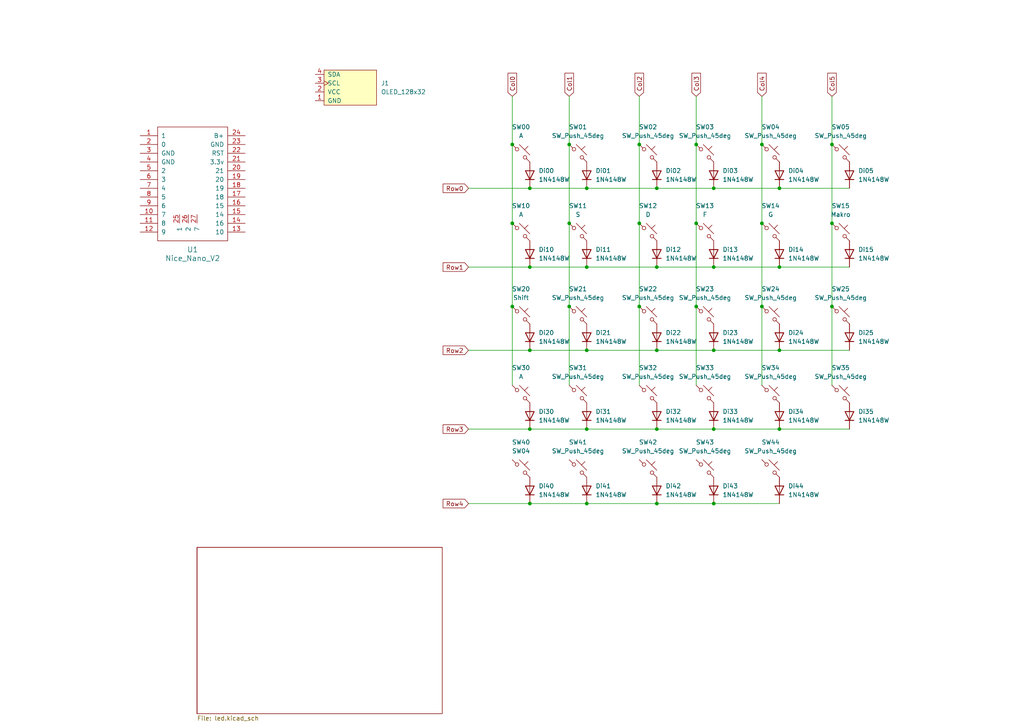
<source format=kicad_sch>
(kicad_sch (version 20250114) (generator "eeschema") (generator_version "9.0")
  (paper "A4")
  (title_block (title "left"))
  (lib_symbols
    (symbol "Diode:1N4148W" (pin_numbers (hide yes)) (pin_names (hide yes))
      (property "Reference" "D" (at 0 2.54 0))
      (property "Value" "1N4148W" (at 0 -2.54 0))
      (symbol "1N4148W_0_1"
        (polyline (pts (xy -1.27 1.27) (xy -1.27 -1.27)) (stroke (width 0.254)))
        (polyline (pts (xy 1.27 1.27) (xy 1.27 -1.27) (xy -1.27 0) (xy 1.27 1.27)) (stroke (width 0.254)))
        (polyline (pts (xy 1.27 0) (xy -1.27 0)))
      )
      (symbol "1N4148W_1_1"
        (pin passive line (at -3.81 0 0) (length 2.54) (name "K") (number "1"))
        (pin passive line (at 3.81 0 180) (length 2.54) (name "A") (number "2"))
      )
    )
    (symbol "ScottoKeebs:OLED_128x32" (pin_names (offset 1.016))
      (property "Reference" "J" (at 0 -6.35 0))
      (property "Value" "OLED_128x32" (at 0 6.35 0))
      (symbol "OLED_128x32_0_1"
        (rectangle (start 0 5.08) (end 15.24 -5.08) (fill (type background)))
      )
      (symbol "OLED_128x32_1_1"
        (pin bidirectional line (at -2.54 3.81 0) (length 2.54) (name "SDA") (number "4"))
        (pin input clock (at -2.54 1.27 0) (length 2.54) (name "SCL") (number "3"))
        (pin power_in line (at -2.54 -1.27 0) (length 2.54) (name "VCC") (number "2"))
        (pin power_in line (at -2.54 -3.81 0) (length 2.54) (name "GND") (number "1"))
      )
    )
    (symbol "Scotto_Keebs:MCU_Nice_Nano_V2" (pin_names (offset 1.016))
      (property "Reference" "U" (at 0 0 0))
      (property "Value" "Nice_Nano_V2" (at 0 -19.05 0))
      (symbol "MCU_Nice_Nano_V2_0_1"
        (rectangle (start -10.16 16.51) (end 10.16 -16.51))
      )
      (symbol "MCU_Nice_Nano_V2_1_1"
        (pin input line (at -15.24 13.97 0) (length 5.08) (name "1") (number "1"))
        (pin input line (at -15.24 11.43 0) (length 5.08) (name "0") (number "2"))
        (pin input line (at -15.24 8.89 0) (length 5.08) (name "GND") (number "3"))
        (pin input line (at -15.24 6.35 0) (length 5.08) (name "GND") (number "4"))
        (pin input line (at -15.24 3.81 0) (length 5.08) (name "2") (number "5"))
        (pin input line (at -15.24 1.27 0) (length 5.08) (name "3") (number "6"))
        (pin input line (at -15.24 -1.27 0) (length 5.08) (name "4") (number "7"))
        (pin input line (at -15.24 -3.81 0) (length 5.08) (name "5") (number "8"))
        (pin input line (at -15.24 -6.35 0) (length 5.08) (name "6") (number "9"))
        (pin input line (at -15.24 -8.89 0) (length 5.08) (name "7") (number "10"))
        (pin input line (at -15.24 -11.43 0) (length 5.08) (name "8") (number "11"))
        (pin input line (at -15.24 -13.97 0) (length 5.08) (name "9") (number "12"))
        (pin input line (at -3.81 -8.89 270) (length 2.5) (name "1") (number "25"))
        (pin input line (at -1.27 -8.89 270) (length 2.5) (name "2") (number "26"))
        (pin input line (at 1.27 -8.89 270) (length 2.5) (name "7") (number "27"))
        (pin input line (at 15.24 13.97 180) (length 5.08) (name "B+") (number "24"))
        (pin input line (at 15.24 11.43 180) (length 5.08) (name "GND") (number "23"))
        (pin input line (at 15.24 8.89 180) (length 5.08) (name "RST") (number "22"))
        (pin input line (at 15.24 6.35 180) (length 5.08) (name "3.3v") (number "21"))
        (pin input line (at 15.24 3.81 180) (length 5.08) (name "21") (number "20"))
        (pin input line (at 15.24 1.27 180) (length 5.08) (name "20") (number "19"))
        (pin input line (at 15.24 -1.27 180) (length 5.08) (name "19") (number "18"))
        (pin input line (at 15.24 -3.81 180) (length 5.08) (name "18") (number "17"))
        (pin input line (at 15.24 -6.35 180) (length 5.08) (name "15") (number "16"))
        (pin input line (at 15.24 -8.89 180) (length 5.08) (name "14") (number "15"))
        (pin input line (at 15.24 -11.43 180) (length 5.08) (name "16") (number "14"))
        (pin input line (at 15.24 -13.97 180) (length 5.08) (name "10") (number "13"))
      )
    )
    (symbol "Switch:SW_Push_45deg" (pin_numbers (hide yes)) (pin_names (offset 1.016) (hide yes))
      (property "Reference" "SW" (at 3.048 1.016 0))
      (property "Value" "SW_Push_45deg" (at 0 -3.81 0))
      (symbol "SW_Push_45deg_0_1"
        (polyline (pts (xy -2.54 2.54) (xy -1.524 1.524) (xy -1.524 1.524)))
        (circle (center -1.1684 1.1684) (radius 0.508))
        (polyline (pts (xy -0.508 2.54) (xy 2.54 -0.508)))
        (polyline (pts (xy 1.016 1.016) (xy 2.032 2.032)))
        (circle (center 1.143 -1.1938) (radius 0.508))
        (polyline (pts (xy 1.524 -1.524) (xy 2.54 -2.54) (xy 2.54 -2.54) (xy 2.54 -2.54)))
        (pin passive line (at -2.54 2.54 0) (length 0) (name "1") (number "1"))
        (pin passive line (at 2.54 -2.54 180) (length 0) (name "2") (number "2"))
      )
    )
  )
  (junction (at 165.1 41.91))
  (junction (at 190.5 124.46))
  (junction (at 153.67 124.46))
  (junction (at 207.01 101.6))
  (junction (at 226.06 101.6))
  (junction (at 207.01 124.46))
  (junction (at 201.93 41.91))
  (junction (at 201.93 64.77))
  (junction (at 241.3 41.91))
  (junction (at 201.93 88.9))
  (junction (at 165.1 64.77))
  (junction (at 226.06 54.61))
  (junction (at 207.01 54.61))
  (junction (at 185.42 41.91))
  (junction (at 148.59 88.9))
  (junction (at 165.1 88.9))
  (junction (at 190.5 101.6))
  (junction (at 241.3 64.77))
  (junction (at 185.42 64.77))
  (junction (at 185.42 88.9))
  (junction (at 226.06 124.46))
  (junction (at 220.98 88.9))
  (junction (at 207.01 77.47))
  (junction (at 220.98 41.91))
  (junction (at 190.5 77.47))
  (junction (at 170.18 146.05))
  (junction (at 170.18 124.46))
  (junction (at 226.06 77.47))
  (junction (at 170.18 54.61))
  (junction (at 153.67 146.05))
  (junction (at 170.18 77.47))
  (junction (at 170.18 101.6))
  (junction (at 153.67 77.47))
  (junction (at 153.67 54.61))
  (junction (at 153.67 101.6))
  (junction (at 190.5 54.61))
  (junction (at 148.59 41.91))
  (junction (at 241.3 88.9))
  (junction (at 190.5 146.05))
  (junction (at 148.59 64.77))
  (junction (at 207.01 146.05))
  (junction (at 220.98 64.77))
  (wire (pts (xy 226.06 77.47) (xy 246.38 77.47)))
  (wire (pts (xy 207.01 54.61) (xy 226.06 54.61)))
  (wire (pts (xy 135.89 124.46) (xy 153.67 124.46)))
  (wire (pts (xy 207.01 124.46) (xy 226.06 124.46)))
  (wire (pts (xy 201.93 27.94) (xy 201.93 41.91)))
  (wire (pts (xy 153.67 77.47) (xy 170.18 77.47)))
  (wire (pts (xy 241.3 88.9) (xy 241.3 111.76)))
  (wire (pts (xy 153.67 146.05) (xy 170.18 146.05)))
  (wire (pts (xy 153.67 54.61) (xy 170.18 54.61)))
  (wire (pts (xy 135.89 77.47) (xy 153.67 77.47)))
  (wire (pts (xy 220.98 27.94) (xy 220.98 41.91)))
  (wire (pts (xy 190.5 77.47) (xy 207.01 77.47)))
  (wire (pts (xy 170.18 77.47) (xy 190.5 77.47)))
  (wire (pts (xy 241.3 41.91) (xy 241.3 64.77)))
  (wire (pts (xy 190.5 54.61) (xy 207.01 54.61)))
  (wire (pts (xy 190.5 124.46) (xy 207.01 124.46)))
  (wire (pts (xy 165.1 88.9) (xy 165.1 111.76)))
  (wire (pts (xy 170.18 124.46) (xy 190.5 124.46)))
  (wire (pts (xy 201.93 41.91) (xy 201.93 64.77)))
  (wire (pts (xy 185.42 41.91) (xy 185.42 64.77)))
  (wire (pts (xy 207.01 101.6) (xy 226.06 101.6)))
  (wire (pts (xy 201.93 88.9) (xy 201.93 111.76)))
  (wire (pts (xy 148.59 88.9) (xy 148.59 111.76)))
  (wire (pts (xy 207.01 77.47) (xy 226.06 77.47)))
  (wire (pts (xy 226.06 124.46) (xy 246.38 124.46)))
  (wire (pts (xy 207.01 146.05) (xy 226.06 146.05)))
  (wire (pts (xy 165.1 64.77) (xy 165.1 88.9)))
  (wire (pts (xy 185.42 27.94) (xy 185.42 41.91)))
  (wire (pts (xy 185.42 64.77) (xy 185.42 88.9)))
  (wire (pts (xy 226.06 101.6) (xy 246.38 101.6)))
  (wire (pts (xy 220.98 64.77) (xy 220.98 88.9)))
  (wire (pts (xy 165.1 41.91) (xy 165.1 64.77)))
  (wire (pts (xy 190.5 146.05) (xy 207.01 146.05)))
  (wire (pts (xy 135.89 146.05) (xy 153.67 146.05)))
  (wire (pts (xy 201.93 64.77) (xy 201.93 88.9)))
  (wire (pts (xy 185.42 88.9) (xy 185.42 111.76)))
  (wire (pts (xy 190.5 101.6) (xy 207.01 101.6)))
  (wire (pts (xy 135.89 54.61) (xy 153.67 54.61)))
  (wire (pts (xy 153.67 124.46) (xy 170.18 124.46)))
  (wire (pts (xy 148.59 41.91) (xy 148.59 64.77)))
  (wire (pts (xy 165.1 27.94) (xy 165.1 41.91)))
  (wire (pts (xy 170.18 101.6) (xy 190.5 101.6)))
  (wire (pts (xy 241.3 64.77) (xy 241.3 88.9)))
  (wire (pts (xy 220.98 88.9) (xy 220.98 111.76)))
  (wire (pts (xy 241.3 27.94) (xy 241.3 41.91)))
  (wire (pts (xy 170.18 146.05) (xy 190.5 146.05)))
  (wire (pts (xy 153.67 101.6) (xy 170.18 101.6)))
  (wire (pts (xy 220.98 41.91) (xy 220.98 64.77)))
  (wire (pts (xy 226.06 54.61) (xy 246.38 54.61)))
  (wire (pts (xy 148.59 27.94) (xy 148.59 41.91)))
  (wire (pts (xy 135.89 101.6) (xy 153.67 101.6)))
  (wire (pts (xy 170.18 54.61) (xy 190.5 54.61)))
  (wire (pts (xy 148.59 64.77) (xy 148.59 88.9)))
  (global_label "Row2" (shape input) (at 135.89 101.6 180) (property "Intersheetrefs" "${INTERSHEET_REFS}" (effects (hide yes))))
  (global_label "Row3" (shape input) (at 135.89 124.46 180) (property "Intersheetrefs" "${INTERSHEET_REFS}" (effects (hide yes))))
  (global_label "Col3" (shape input) (at 201.93 27.94 90) (property "Intersheetrefs" "${INTERSHEET_REFS}" (effects (hide yes))))
  (global_label "Row0" (shape input) (at 135.89 54.61 180) (property "Intersheetrefs" "${INTERSHEET_REFS}" (effects (hide yes))))
  (global_label "Col5" (shape input) (at 241.3 27.94 90) (property "Intersheetrefs" "${INTERSHEET_REFS}" (effects (hide yes))))
  (global_label "Col4" (shape input) (at 220.98 27.94 90) (property "Intersheetrefs" "${INTERSHEET_REFS}" (effects (hide yes))))
  (global_label "Row1" (shape input) (at 135.89 77.47 180) (property "Intersheetrefs" "${INTERSHEET_REFS}" (effects (hide yes))))
  (global_label "Col1" (shape input) (at 165.1 27.94 90) (property "Intersheetrefs" "${INTERSHEET_REFS}" (effects (hide yes))))
  (global_label "Col2" (shape input) (at 185.42 27.94 90) (property "Intersheetrefs" "${INTERSHEET_REFS}" (effects (hide yes))))
  (global_label "Col0" (shape input) (at 148.59 27.94 90) (property "Intersheetrefs" "${INTERSHEET_REFS}" (effects (hide yes))))
  (global_label "Row4" (shape input) (at 135.89 146.05 180) (property "Intersheetrefs" "${INTERSHEET_REFS}" (effects (hide yes))))
  (symbol (lib_id "Scotto_Keebs:MCU_Nice_Nano_V2") (at 55.88 53.34 0) (unit 1)
    (property "Reference" "U1" (at 55.88 72.39 0) (effects (font (size 1.524 1.524))))
    (property "Value" "Nice_Nano_V2" (at 55.88 74.93 0) (effects (font (size 1.524 1.524))))
    (property "Footprint" "ScottoKeebs_MCU:Nice_Nano_V2" (effects (hide yes)))
  )
  (symbol (lib_id "Diode:1N4148W") (at 207.01 73.66 90) (unit 1)
    (property "Reference" "Di13" (at 209.55 72.3899 90) (effects (justify right)))
    (property "Value" "1N4148W" (at 209.55 74.9299 90) (effects (justify right)))
    (property "Footprint" "Diode_SMD:D_SOD-123" (effects (hide yes)))
    (property "Datasheet" "https://www.vishay.com/docs/85748/1n4148w.pdf" (effects (hide yes)))
    (property "Description" "75V 0.15A Fast Switching Diode, SOD-123" (effects (hide yes)))
    (property "Sim.Device" "D" (effects (hide yes)))
    (property "Sim.Pins" "1=K 2=A" (effects (hide yes)))
  )
  (symbol (lib_id "Diode:1N4148W") (at 226.06 50.8 90) (unit 1)
    (property "Reference" "Di04" (at 228.6 49.5299 90) (effects (justify right)))
    (property "Value" "1N4148W" (at 228.6 52.0699 90) (effects (justify right)))
    (property "Footprint" "Diode_SMD:D_SOD-123" (effects (hide yes)))
    (property "Datasheet" "https://www.vishay.com/docs/85748/1n4148w.pdf" (effects (hide yes)))
    (property "Description" "75V 0.15A Fast Switching Diode, SOD-123" (effects (hide yes)))
    (property "Sim.Device" "D" (effects (hide yes)))
    (property "Sim.Pins" "1=K 2=A" (effects (hide yes)))
  )
  (symbol (lib_id "Diode:1N4148W") (at 190.5 142.24 90) (unit 1)
    (property "Reference" "Di42" (at 193.04 140.9699 90) (effects (justify right)))
    (property "Value" "1N4148W" (at 193.04 143.5099 90) (effects (justify right)))
    (property "Footprint" "Diode_SMD:D_SOD-123" (effects (hide yes)))
    (property "Datasheet" "https://www.vishay.com/docs/85748/1n4148w.pdf" (effects (hide yes)))
    (property "Description" "75V 0.15A Fast Switching Diode, SOD-123" (effects (hide yes)))
    (property "Sim.Device" "D" (effects (hide yes)))
    (property "Sim.Pins" "1=K 2=A" (effects (hide yes)))
  )
  (symbol (lib_id "Diode:1N4148W") (at 246.38 73.66 90) (unit 1)
    (property "Reference" "Di15" (at 248.92 72.3899 90) (effects (justify right)))
    (property "Value" "1N4148W" (at 248.92 74.9299 90) (effects (justify right)))
    (property "Footprint" "Diode_SMD:D_SOD-123" (effects (hide yes)))
    (property "Datasheet" "https://www.vishay.com/docs/85748/1n4148w.pdf" (effects (hide yes)))
    (property "Description" "75V 0.15A Fast Switching Diode, SOD-123" (effects (hide yes)))
    (property "Sim.Device" "D" (effects (hide yes)))
    (property "Sim.Pins" "1=K 2=A" (effects (hide yes)))
  )
  (symbol (lib_id "Diode:1N4148W") (at 226.06 97.79 90) (unit 1)
    (property "Reference" "Di24" (at 228.6 96.5199 90) (effects (justify right)))
    (property "Value" "1N4148W" (at 228.6 99.0599 90) (effects (justify right)))
    (property "Footprint" "Diode_SMD:D_SOD-123" (effects (hide yes)))
    (property "Datasheet" "https://www.vishay.com/docs/85748/1n4148w.pdf" (effects (hide yes)))
    (property "Description" "75V 0.15A Fast Switching Diode, SOD-123" (effects (hide yes)))
    (property "Sim.Device" "D" (effects (hide yes)))
    (property "Sim.Pins" "1=K 2=A" (effects (hide yes)))
  )
  (symbol (lib_id "Switch:SW_Push_45deg") (at 151.13 114.3 0) (unit 1)
    (property "Reference" "SW30" (at 151.13 106.68 0))
    (property "Value" "A" (at 151.13 109.22 0))
    (property "Footprint" "ScottoKeebs_Hotswap:Hotswap_MX_1.00u" (effects (hide yes)))
    (property "Description" "Push button switch, normally open, two pins, 45° tilted" (effects (hide yes)))
  )
  (symbol (lib_id "Diode:1N4148W") (at 226.06 120.65 90) (unit 1)
    (property "Reference" "Di34" (at 228.6 119.3799 90) (effects (justify right)))
    (property "Value" "1N4148W" (at 228.6 121.9199 90) (effects (justify right)))
    (property "Footprint" "Diode_SMD:D_SOD-123" (effects (hide yes)))
    (property "Datasheet" "https://www.vishay.com/docs/85748/1n4148w.pdf" (effects (hide yes)))
    (property "Description" "75V 0.15A Fast Switching Diode, SOD-123" (effects (hide yes)))
    (property "Sim.Device" "D" (effects (hide yes)))
    (property "Sim.Pins" "1=K 2=A" (effects (hide yes)))
  )
  (symbol (lib_id "Diode:1N4148W") (at 190.5 120.65 90) (unit 1)
    (property "Reference" "Di32" (at 193.04 119.3799 90) (effects (justify right)))
    (property "Value" "1N4148W" (at 193.04 121.9199 90) (effects (justify right)))
    (property "Footprint" "Diode_SMD:D_SOD-123" (effects (hide yes)))
    (property "Datasheet" "https://www.vishay.com/docs/85748/1n4148w.pdf" (effects (hide yes)))
    (property "Description" "75V 0.15A Fast Switching Diode, SOD-123" (effects (hide yes)))
    (property "Sim.Device" "D" (effects (hide yes)))
    (property "Sim.Pins" "1=K 2=A" (effects (hide yes)))
  )
  (symbol (lib_id "Switch:SW_Push_45deg") (at 167.64 67.31 0) (unit 1)
    (property "Reference" "SW11" (at 167.64 59.69 0))
    (property "Value" "S" (at 167.64 62.23 0))
    (property "Footprint" "ScottoKeebs_Hotswap:Hotswap_MX_1.00u" (effects (hide yes)))
    (property "Description" "Push button switch, normally open, two pins, 45° tilted" (effects (hide yes)))
  )
  (symbol (lib_id "Switch:SW_Push_45deg") (at 223.52 67.31 0) (unit 1)
    (property "Reference" "SW14" (at 223.52 59.69 0))
    (property "Value" "G" (at 223.52 62.23 0))
    (property "Footprint" "ScottoKeebs_Hotswap:Hotswap_MX_1.00u" (effects (hide yes)))
    (property "Description" "Push button switch, normally open, two pins, 45° tilted" (effects (hide yes)))
  )
  (symbol (lib_id "Switch:SW_Push_45deg") (at 187.96 44.45 0) (unit 1)
    (property "Reference" "SW02" (at 187.96 36.83 0))
    (property "Value" "SW_Push_45deg" (at 187.96 39.37 0))
    (property "Footprint" "ScottoKeebs_Hotswap:Hotswap_MX_1.00u" (effects (hide yes)))
    (property "Description" "Push button switch, normally open, two pins, 45° tilted" (effects (hide yes)))
  )
  (symbol (lib_id "Switch:SW_Push_45deg") (at 223.52 135.89 0) (unit 1)
    (property "Reference" "SW44" (at 223.52 128.27 0))
    (property "Value" "SW_Push_45deg" (at 223.52 130.81 0))
    (property "Footprint" "ScottoKeebs_Hotswap:Hotswap_MX_1.00u" (effects (hide yes)))
    (property "Description" "Push button switch, normally open, two pins, 45° tilted" (effects (hide yes)))
  )
  (symbol (lib_id "Diode:1N4148W") (at 170.18 73.66 90) (unit 1)
    (property "Reference" "Di11" (at 172.72 72.3899 90) (effects (justify right)))
    (property "Value" "1N4148W" (at 172.72 74.9299 90) (effects (justify right)))
    (property "Footprint" "Diode_SMD:D_SOD-123" (effects (hide yes)))
    (property "Datasheet" "https://www.vishay.com/docs/85748/1n4148w.pdf" (effects (hide yes)))
    (property "Description" "75V 0.15A Fast Switching Diode, SOD-123" (effects (hide yes)))
    (property "Sim.Device" "D" (effects (hide yes)))
    (property "Sim.Pins" "1=K 2=A" (effects (hide yes)))
  )
  (symbol (lib_id "Diode:1N4148W") (at 207.01 142.24 90) (unit 1)
    (property "Reference" "Di43" (at 209.55 140.9699 90) (effects (justify right)))
    (property "Value" "1N4148W" (at 209.55 143.5099 90) (effects (justify right)))
    (property "Footprint" "Diode_SMD:D_SOD-123" (effects (hide yes)))
    (property "Datasheet" "https://www.vishay.com/docs/85748/1n4148w.pdf" (effects (hide yes)))
    (property "Description" "75V 0.15A Fast Switching Diode, SOD-123" (effects (hide yes)))
    (property "Sim.Device" "D" (effects (hide yes)))
    (property "Sim.Pins" "1=K 2=A" (effects (hide yes)))
  )
  (symbol (lib_id "Switch:SW_Push_45deg") (at 204.47 67.31 0) (unit 1)
    (property "Reference" "SW13" (at 204.47 59.69 0))
    (property "Value" "F" (at 204.47 62.23 0))
    (property "Footprint" "ScottoKeebs_Hotswap:Hotswap_MX_1.00u" (effects (hide yes)))
    (property "Description" "Push button switch, normally open, two pins, 45° tilted" (effects (hide yes)))
  )
  (symbol (lib_id "Switch:SW_Push_45deg") (at 204.47 135.89 0) (unit 1)
    (property "Reference" "SW43" (at 204.47 128.27 0))
    (property "Value" "SW_Push_45deg" (at 204.47 130.81 0))
    (property "Footprint" "ScottoKeebs_Hotswap:Hotswap_MX_1.00u" (effects (hide yes)))
    (property "Description" "Push button switch, normally open, two pins, 45° tilted" (effects (hide yes)))
  )
  (symbol (lib_id "Switch:SW_Push_45deg") (at 151.13 91.44 0) (unit 1)
    (property "Reference" "SW20" (at 151.13 83.82 0))
    (property "Value" "Shift" (at 151.13 86.36 0))
    (property "Footprint" "ScottoKeebs_Hotswap:Hotswap_MX_1.00u" (effects (hide yes)))
    (property "Description" "Push button switch, normally open, two pins, 45° tilted" (effects (hide yes)))
  )
  (symbol (lib_id "Diode:1N4148W") (at 153.67 73.66 90) (unit 1)
    (property "Reference" "Di10" (at 156.21 72.3899 90) (effects (justify right)))
    (property "Value" "1N4148W" (at 156.21 74.9299 90) (effects (justify right)))
    (property "Footprint" "Diode_SMD:D_SOD-123" (effects (hide yes)))
    (property "Datasheet" "https://www.vishay.com/docs/85748/1n4148w.pdf" (effects (hide yes)))
    (property "Description" "75V 0.15A Fast Switching Diode, SOD-123" (effects (hide yes)))
    (property "Sim.Device" "D" (effects (hide yes)))
    (property "Sim.Pins" "1=K 2=A" (effects (hide yes)))
  )
  (symbol (lib_id "Switch:SW_Push_45deg") (at 151.13 44.45 0) (unit 1)
    (property "Reference" "SW00" (at 151.13 36.83 0))
    (property "Value" "A" (at 151.13 39.37 0))
    (property "Footprint" "ScottoKeebs_Hotswap:Hotswap_MX_1.00u" (effects (hide yes)))
    (property "Description" "Push button switch, normally open, two pins, 45° tilted" (effects (hide yes)))
  )
  (symbol (lib_id "Diode:1N4148W") (at 170.18 120.65 90) (unit 1)
    (property "Reference" "Di31" (at 172.72 119.3799 90) (effects (justify right)))
    (property "Value" "1N4148W" (at 172.72 121.9199 90) (effects (justify right)))
    (property "Footprint" "Diode_SMD:D_SOD-123" (effects (hide yes)))
    (property "Datasheet" "https://www.vishay.com/docs/85748/1n4148w.pdf" (effects (hide yes)))
    (property "Description" "75V 0.15A Fast Switching Diode, SOD-123" (effects (hide yes)))
    (property "Sim.Device" "D" (effects (hide yes)))
    (property "Sim.Pins" "1=K 2=A" (effects (hide yes)))
  )
  (symbol (lib_id "Diode:1N4148W") (at 170.18 97.79 90) (unit 1)
    (property "Reference" "Di21" (at 172.72 96.5199 90) (effects (justify right)))
    (property "Value" "1N4148W" (at 172.72 99.0599 90) (effects (justify right)))
    (property "Footprint" "Diode_SMD:D_SOD-123" (effects (hide yes)))
    (property "Datasheet" "https://www.vishay.com/docs/85748/1n4148w.pdf" (effects (hide yes)))
    (property "Description" "75V 0.15A Fast Switching Diode, SOD-123" (effects (hide yes)))
    (property "Sim.Device" "D" (effects (hide yes)))
    (property "Sim.Pins" "1=K 2=A" (effects (hide yes)))
  )
  (symbol (lib_id "Diode:1N4148W") (at 153.67 142.24 90) (unit 1)
    (property "Reference" "Di40" (at 156.21 140.9699 90) (effects (justify right)))
    (property "Value" "1N4148W" (at 156.21 143.5099 90) (effects (justify right)))
    (property "Footprint" "Diode_SMD:D_SOD-123" (effects (hide yes)))
    (property "Datasheet" "https://www.vishay.com/docs/85748/1n4148w.pdf" (effects (hide yes)))
    (property "Description" "75V 0.15A Fast Switching Diode, SOD-123" (effects (hide yes)))
    (property "Sim.Device" "D" (effects (hide yes)))
    (property "Sim.Pins" "1=K 2=A" (effects (hide yes)))
  )
  (symbol (lib_id "Switch:SW_Push_45deg") (at 187.96 67.31 0) (unit 1)
    (property "Reference" "SW12" (at 187.96 59.69 0))
    (property "Value" "D" (at 187.96 62.23 0))
    (property "Footprint" "ScottoKeebs_Hotswap:Hotswap_MX_1.00u" (effects (hide yes)))
    (property "Description" "Push button switch, normally open, two pins, 45° tilted" (effects (hide yes)))
  )
  (symbol (lib_id "Diode:1N4148W") (at 207.01 120.65 90) (unit 1)
    (property "Reference" "Di33" (at 209.55 119.3799 90) (effects (justify right)))
    (property "Value" "1N4148W" (at 209.55 121.9199 90) (effects (justify right)))
    (property "Footprint" "Diode_SMD:D_SOD-123" (effects (hide yes)))
    (property "Datasheet" "https://www.vishay.com/docs/85748/1n4148w.pdf" (effects (hide yes)))
    (property "Description" "75V 0.15A Fast Switching Diode, SOD-123" (effects (hide yes)))
    (property "Sim.Device" "D" (effects (hide yes)))
    (property "Sim.Pins" "1=K 2=A" (effects (hide yes)))
  )
  (symbol (lib_id "Switch:SW_Push_45deg") (at 167.64 91.44 0) (unit 1)
    (property "Reference" "SW21" (at 167.64 83.82 0))
    (property "Value" "SW_Push_45deg" (at 167.64 86.36 0))
    (property "Footprint" "ScottoKeebs_Hotswap:Hotswap_MX_1.00u" (effects (hide yes)))
    (property "Description" "Push button switch, normally open, two pins, 45° tilted" (effects (hide yes)))
  )
  (symbol (lib_id "Diode:1N4148W") (at 190.5 73.66 90) (unit 1)
    (property "Reference" "Di12" (at 193.04 72.3899 90) (effects (justify right)))
    (property "Value" "1N4148W" (at 193.04 74.9299 90) (effects (justify right)))
    (property "Footprint" "Diode_SMD:D_SOD-123" (effects (hide yes)))
    (property "Datasheet" "https://www.vishay.com/docs/85748/1n4148w.pdf" (effects (hide yes)))
    (property "Description" "75V 0.15A Fast Switching Diode, SOD-123" (effects (hide yes)))
    (property "Sim.Device" "D" (effects (hide yes)))
    (property "Sim.Pins" "1=K 2=A" (effects (hide yes)))
  )
  (symbol (lib_id "Switch:SW_Push_45deg") (at 187.96 91.44 0) (unit 1)
    (property "Reference" "SW22" (at 187.96 83.82 0))
    (property "Value" "SW_Push_45deg" (at 187.96 86.36 0))
    (property "Footprint" "ScottoKeebs_Hotswap:Hotswap_MX_1.00u" (effects (hide yes)))
    (property "Description" "Push button switch, normally open, two pins, 45° tilted" (effects (hide yes)))
  )
  (symbol (lib_id "Diode:1N4148W") (at 226.06 73.66 90) (unit 1)
    (property "Reference" "Di14" (at 228.6 72.3899 90) (effects (justify right)))
    (property "Value" "1N4148W" (at 228.6 74.9299 90) (effects (justify right)))
    (property "Footprint" "Diode_SMD:D_SOD-123" (effects (hide yes)))
    (property "Datasheet" "https://www.vishay.com/docs/85748/1n4148w.pdf" (effects (hide yes)))
    (property "Description" "75V 0.15A Fast Switching Diode, SOD-123" (effects (hide yes)))
    (property "Sim.Device" "D" (effects (hide yes)))
    (property "Sim.Pins" "1=K 2=A" (effects (hide yes)))
  )
  (symbol (lib_id "ScottoKeebs:OLED_128x32") (at 93.98 25.4 0) (unit 1)
    (property "Reference" "J1" (at 110.49 24.1299 0) (effects (justify left)))
    (property "Value" "OLED_128x32" (at 110.49 26.6699 0) (effects (justify left)))
    (property "Footprint" "ScottoKeebs_Components:OLED_128x32" (effects (hide yes)))
  )
  (symbol (lib_id "Switch:SW_Push_45deg") (at 223.52 91.44 0) (unit 1)
    (property "Reference" "SW24" (at 223.52 83.82 0))
    (property "Value" "SW_Push_45deg" (at 223.52 86.36 0))
    (property "Footprint" "ScottoKeebs_Hotswap:Hotswap_MX_1.00u" (effects (hide yes)))
    (property "Description" "Push button switch, normally open, two pins, 45° tilted" (effects (hide yes)))
  )
  (symbol (lib_id "Switch:SW_Push_45deg") (at 187.96 114.3 0) (unit 1)
    (property "Reference" "SW32" (at 187.96 106.68 0))
    (property "Value" "SW_Push_45deg" (at 187.96 109.22 0))
    (property "Footprint" "ScottoKeebs_Hotswap:Hotswap_MX_1.00u" (effects (hide yes)))
    (property "Description" "Push button switch, normally open, two pins, 45° tilted" (effects (hide yes)))
  )
  (symbol (lib_id "Switch:SW_Push_45deg") (at 187.96 135.89 0) (unit 1)
    (property "Reference" "SW42" (at 187.96 128.27 0))
    (property "Value" "SW_Push_45deg" (at 187.96 130.81 0))
    (property "Footprint" "ScottoKeebs_Hotswap:Hotswap_MX_1.75u" (effects (hide yes)))
    (property "Description" "Push button switch, normally open, two pins, 45° tilted" (effects (hide yes)))
  )
  (symbol (lib_id "Switch:SW_Push_45deg") (at 243.84 44.45 0) (unit 1)
    (property "Reference" "SW05" (at 243.84 36.83 0))
    (property "Value" "SW_Push_45deg" (at 243.84 39.37 0))
    (property "Footprint" "ScottoKeebs_Hotswap:Hotswap_MX_1.00u" (effects (hide yes)))
    (property "Description" "Push button switch, normally open, two pins, 45° tilted" (effects (hide yes)))
  )
  (symbol (lib_id "Switch:SW_Push_45deg") (at 223.52 114.3 0) (unit 1)
    (property "Reference" "SW34" (at 223.52 106.68 0))
    (property "Value" "SW_Push_45deg" (at 223.52 109.22 0))
    (property "Footprint" "ScottoKeebs_Hotswap:Hotswap_MX_1.00u" (effects (hide yes)))
    (property "Description" "Push button switch, normally open, two pins, 45° tilted" (effects (hide yes)))
  )
  (symbol (lib_id "Diode:1N4148W") (at 153.67 97.79 90) (unit 1)
    (property "Reference" "Di20" (at 156.21 96.5199 90) (effects (justify right)))
    (property "Value" "1N4148W" (at 156.21 99.0599 90) (effects (justify right)))
    (property "Footprint" "Diode_SMD:D_SOD-123" (effects (hide yes)))
    (property "Datasheet" "https://www.vishay.com/docs/85748/1n4148w.pdf" (effects (hide yes)))
    (property "Description" "75V 0.15A Fast Switching Diode, SOD-123" (effects (hide yes)))
    (property "Sim.Device" "D" (effects (hide yes)))
    (property "Sim.Pins" "1=K 2=A" (effects (hide yes)))
  )
  (symbol (lib_id "Switch:SW_Push_45deg") (at 223.52 44.45 0) (unit 1)
    (property "Reference" "SW04" (at 223.52 36.83 0))
    (property "Value" "SW_Push_45deg" (at 223.52 39.37 0))
    (property "Footprint" "ScottoKeebs_Hotswap:Hotswap_MX_1.00u" (effects (hide yes)))
    (property "Description" "Push button switch, normally open, two pins, 45° tilted" (effects (hide yes)))
  )
  (symbol (lib_id "Switch:SW_Push_45deg") (at 243.84 114.3 0) (unit 1)
    (property "Reference" "SW35" (at 243.84 106.68 0))
    (property "Value" "SW_Push_45deg" (at 243.84 109.22 0))
    (property "Footprint" "ScottoKeebs_Hotswap:Hotswap_MX_1.00u" (effects (hide yes)))
    (property "Description" "Push button switch, normally open, two pins, 45° tilted" (effects (hide yes)))
  )
  (symbol (lib_id "Switch:SW_Push_45deg") (at 151.13 135.89 0) (unit 1)
    (property "Reference" "SW40" (at 151.13 128.27 0))
    (property "Value" "SW04" (at 151.13 130.81 0))
    (property "Footprint" "ScottoKeebs_Hotswap:Hotswap_MX_1.00u" (effects (hide yes)))
    (property "Description" "Push button switch, normally open, two pins, 45° tilted" (effects (hide yes)))
  )
  (symbol (lib_id "Diode:1N4148W") (at 170.18 142.24 90) (unit 1)
    (property "Reference" "Di41" (at 172.72 140.9699 90) (effects (justify right)))
    (property "Value" "1N4148W" (at 172.72 143.5099 90) (effects (justify right)))
    (property "Footprint" "Diode_SMD:D_SOD-123" (effects (hide yes)))
    (property "Datasheet" "https://www.vishay.com/docs/85748/1n4148w.pdf" (effects (hide yes)))
    (property "Description" "75V 0.15A Fast Switching Diode, SOD-123" (effects (hide yes)))
    (property "Sim.Device" "D" (effects (hide yes)))
    (property "Sim.Pins" "1=K 2=A" (effects (hide yes)))
  )
  (symbol (lib_id "Switch:SW_Push_45deg") (at 204.47 114.3 0) (unit 1)
    (property "Reference" "SW33" (at 204.47 106.68 0))
    (property "Value" "SW_Push_45deg" (at 204.47 109.22 0))
    (property "Footprint" "ScottoKeebs_Hotswap:Hotswap_MX_1.00u" (effects (hide yes)))
    (property "Description" "Push button switch, normally open, two pins, 45° tilted" (effects (hide yes)))
  )
  (symbol (lib_id "Switch:SW_Push_45deg") (at 151.13 67.31 0) (unit 1)
    (property "Reference" "SW10" (at 151.13 59.69 0))
    (property "Value" "A" (at 151.13 62.23 0))
    (property "Footprint" "ScottoKeebs_Hotswap:Hotswap_MX_1.00u" (effects (hide yes)))
    (property "Description" "Push button switch, normally open, two pins, 45° tilted" (effects (hide yes)))
  )
  (symbol (lib_id "Diode:1N4148W") (at 170.18 50.8 90) (unit 1)
    (property "Reference" "Di01" (at 172.72 49.5299 90) (effects (justify right)))
    (property "Value" "1N4148W" (at 172.72 52.0699 90) (effects (justify right)))
    (property "Footprint" "Diode_SMD:D_SOD-123" (effects (hide yes)))
    (property "Datasheet" "https://www.vishay.com/docs/85748/1n4148w.pdf" (effects (hide yes)))
    (property "Description" "75V 0.15A Fast Switching Diode, SOD-123" (effects (hide yes)))
    (property "Sim.Device" "D" (effects (hide yes)))
    (property "Sim.Pins" "1=K 2=A" (effects (hide yes)))
  )
  (symbol (lib_id "Diode:1N4148W") (at 190.5 97.79 90) (unit 1)
    (property "Reference" "Di22" (at 193.04 96.5199 90) (effects (justify right)))
    (property "Value" "1N4148W" (at 193.04 99.0599 90) (effects (justify right)))
    (property "Footprint" "Diode_SMD:D_SOD-123" (effects (hide yes)))
    (property "Datasheet" "https://www.vishay.com/docs/85748/1n4148w.pdf" (effects (hide yes)))
    (property "Description" "75V 0.15A Fast Switching Diode, SOD-123" (effects (hide yes)))
    (property "Sim.Device" "D" (effects (hide yes)))
    (property "Sim.Pins" "1=K 2=A" (effects (hide yes)))
  )
  (symbol (lib_id "Diode:1N4148W") (at 153.67 120.65 90) (unit 1)
    (property "Reference" "Di30" (at 156.21 119.3799 90) (effects (justify right)))
    (property "Value" "1N4148W" (at 156.21 121.9199 90) (effects (justify right)))
    (property "Footprint" "Diode_SMD:D_SOD-123" (effects (hide yes)))
    (property "Datasheet" "https://www.vishay.com/docs/85748/1n4148w.pdf" (effects (hide yes)))
    (property "Description" "75V 0.15A Fast Switching Diode, SOD-123" (effects (hide yes)))
    (property "Sim.Device" "D" (effects (hide yes)))
    (property "Sim.Pins" "1=K 2=A" (effects (hide yes)))
  )
  (symbol (lib_id "Switch:SW_Push_45deg") (at 204.47 91.44 0) (unit 1)
    (property "Reference" "SW23" (at 204.47 83.82 0))
    (property "Value" "SW_Push_45deg" (at 204.47 86.36 0))
    (property "Footprint" "ScottoKeebs_Hotswap:Hotswap_MX_1.00u" (effects (hide yes)))
    (property "Description" "Push button switch, normally open, two pins, 45° tilted" (effects (hide yes)))
  )
  (symbol (lib_id "Diode:1N4148W") (at 207.01 97.79 90) (unit 1)
    (property "Reference" "Di23" (at 209.55 96.5199 90) (effects (justify right)))
    (property "Value" "1N4148W" (at 209.55 99.0599 90) (effects (justify right)))
    (property "Footprint" "Diode_SMD:D_SOD-123" (effects (hide yes)))
    (property "Datasheet" "https://www.vishay.com/docs/85748/1n4148w.pdf" (effects (hide yes)))
    (property "Description" "75V 0.15A Fast Switching Diode, SOD-123" (effects (hide yes)))
    (property "Sim.Device" "D" (effects (hide yes)))
    (property "Sim.Pins" "1=K 2=A" (effects (hide yes)))
  )
  (symbol (lib_id "Diode:1N4148W") (at 246.38 50.8 90) (unit 1)
    (property "Reference" "Di05" (at 248.92 49.5299 90) (effects (justify right)))
    (property "Value" "1N4148W" (at 248.92 52.0699 90) (effects (justify right)))
    (property "Footprint" "Diode_SMD:D_SOD-123" (effects (hide yes)))
    (property "Datasheet" "https://www.vishay.com/docs/85748/1n4148w.pdf" (effects (hide yes)))
    (property "Description" "75V 0.15A Fast Switching Diode, SOD-123" (effects (hide yes)))
    (property "Sim.Device" "D" (effects (hide yes)))
    (property "Sim.Pins" "1=K 2=A" (effects (hide yes)))
  )
  (symbol (lib_id "Diode:1N4148W") (at 226.06 142.24 90) (unit 1)
    (property "Reference" "Di44" (at 228.6 140.9699 90) (effects (justify right)))
    (property "Value" "1N4148W" (at 228.6 143.5099 90) (effects (justify right)))
    (property "Footprint" "Diode_SMD:D_SOD-123" (effects (hide yes)))
    (property "Datasheet" "https://www.vishay.com/docs/85748/1n4148w.pdf" (effects (hide yes)))
    (property "Description" "75V 0.15A Fast Switching Diode, SOD-123" (effects (hide yes)))
    (property "Sim.Device" "D" (effects (hide yes)))
    (property "Sim.Pins" "1=K 2=A" (effects (hide yes)))
  )
  (symbol (lib_id "Diode:1N4148W") (at 246.38 120.65 90) (unit 1)
    (property "Reference" "Di35" (at 248.92 119.3799 90) (effects (justify right)))
    (property "Value" "1N4148W" (at 248.92 121.9199 90) (effects (justify right)))
    (property "Footprint" "Diode_SMD:D_SOD-123" (effects (hide yes)))
    (property "Datasheet" "https://www.vishay.com/docs/85748/1n4148w.pdf" (effects (hide yes)))
    (property "Description" "75V 0.15A Fast Switching Diode, SOD-123" (effects (hide yes)))
    (property "Sim.Device" "D" (effects (hide yes)))
    (property "Sim.Pins" "1=K 2=A" (effects (hide yes)))
  )
  (symbol (lib_id "Diode:1N4148W") (at 207.01 50.8 90) (unit 1)
    (property "Reference" "Di03" (at 209.55 49.5299 90) (effects (justify right)))
    (property "Value" "1N4148W" (at 209.55 52.0699 90) (effects (justify right)))
    (property "Footprint" "Diode_SMD:D_SOD-123" (effects (hide yes)))
    (property "Datasheet" "https://www.vishay.com/docs/85748/1n4148w.pdf" (effects (hide yes)))
    (property "Description" "75V 0.15A Fast Switching Diode, SOD-123" (effects (hide yes)))
    (property "Sim.Device" "D" (effects (hide yes)))
    (property "Sim.Pins" "1=K 2=A" (effects (hide yes)))
  )
  (symbol (lib_id "Switch:SW_Push_45deg") (at 167.64 114.3 0) (unit 1)
    (property "Reference" "SW31" (at 167.64 106.68 0))
    (property "Value" "SW_Push_45deg" (at 167.64 109.22 0))
    (property "Footprint" "ScottoKeebs_Hotswap:Hotswap_MX_1.00u" (effects (hide yes)))
    (property "Description" "Push button switch, normally open, two pins, 45° tilted" (effects (hide yes)))
  )
  (symbol (lib_id "Diode:1N4148W") (at 153.67 50.8 90) (unit 1)
    (property "Reference" "Di00" (at 156.21 49.5299 90) (effects (justify right)))
    (property "Value" "1N4148W" (at 156.21 52.0699 90) (effects (justify right)))
    (property "Footprint" "Diode_SMD:D_SOD-123" (effects (hide yes)))
    (property "Datasheet" "https://www.vishay.com/docs/85748/1n4148w.pdf" (effects (hide yes)))
    (property "Description" "75V 0.15A Fast Switching Diode, SOD-123" (effects (hide yes)))
    (property "Sim.Device" "D" (effects (hide yes)))
    (property "Sim.Pins" "1=K 2=A" (effects (hide yes)))
  )
  (symbol (lib_id "Switch:SW_Push_45deg") (at 243.84 67.31 0) (unit 1)
    (property "Reference" "SW15" (at 243.84 59.69 0))
    (property "Value" "Makro" (at 243.84 62.23 0))
    (property "Footprint" "ScottoKeebs_Hotswap:Hotswap_MX_1.00u" (effects (hide yes)))
    (property "Description" "Push button switch, normally open, two pins, 45° tilted" (effects (hide yes)))
  )
  (symbol (lib_id "Switch:SW_Push_45deg") (at 204.47 44.45 0) (unit 1)
    (property "Reference" "SW03" (at 204.47 36.83 0))
    (property "Value" "SW_Push_45deg" (at 204.47 39.37 0))
    (property "Footprint" "ScottoKeebs_Hotswap:Hotswap_MX_1.00u" (effects (hide yes)))
    (property "Description" "Push button switch, normally open, two pins, 45° tilted" (effects (hide yes)))
  )
  (symbol (lib_id "Switch:SW_Push_45deg") (at 167.64 135.89 0) (unit 1)
    (property "Reference" "SW41" (at 167.64 128.27 0))
    (property "Value" "SW_Push_45deg" (at 167.64 130.81 0))
    (property "Footprint" "ScottoKeebs_Hotswap:Hotswap_MX_1.00u" (effects (hide yes)))
    (property "Description" "Push button switch, normally open, two pins, 45° tilted" (effects (hide yes)))
  )
  (symbol (lib_id "Diode:1N4148W") (at 246.38 97.79 90) (unit 1)
    (property "Reference" "Di25" (at 248.92 96.5199 90) (effects (justify right)))
    (property "Value" "1N4148W" (at 248.92 99.0599 90) (effects (justify right)))
    (property "Footprint" "Diode_SMD:D_SOD-123" (effects (hide yes)))
    (property "Datasheet" "https://www.vishay.com/docs/85748/1n4148w.pdf" (effects (hide yes)))
    (property "Description" "75V 0.15A Fast Switching Diode, SOD-123" (effects (hide yes)))
    (property "Sim.Device" "D" (effects (hide yes)))
    (property "Sim.Pins" "1=K 2=A" (effects (hide yes)))
  )
  (symbol (lib_id "Switch:SW_Push_45deg") (at 243.84 91.44 0) (unit 1)
    (property "Reference" "SW25" (at 243.84 83.82 0))
    (property "Value" "SW_Push_45deg" (at 243.84 86.36 0))
    (property "Footprint" "ScottoKeebs_Hotswap:Hotswap_MX_1.00u" (effects (hide yes)))
    (property "Description" "Push button switch, normally open, two pins, 45° tilted" (effects (hide yes)))
  )
  (symbol (lib_id "Diode:1N4148W") (at 190.5 50.8 90) (unit 1)
    (property "Reference" "Di02" (at 193.04 49.5299 90) (effects (justify right)))
    (property "Value" "1N4148W" (at 193.04 52.0699 90) (effects (justify right)))
    (property "Footprint" "Diode_SMD:D_SOD-123" (effects (hide yes)))
    (property "Datasheet" "https://www.vishay.com/docs/85748/1n4148w.pdf" (effects (hide yes)))
    (property "Description" "75V 0.15A Fast Switching Diode, SOD-123" (effects (hide yes)))
    (property "Sim.Device" "D" (effects (hide yes)))
    (property "Sim.Pins" "1=K 2=A" (effects (hide yes)))
  )
  (symbol (lib_id "Switch:SW_Push_45deg") (at 167.64 44.45 0) (unit 1)
    (property "Reference" "SW01" (at 167.64 36.83 0))
    (property "Value" "SW_Push_45deg" (at 167.64 39.37 0))
    (property "Footprint" "ScottoKeebs_Hotswap:Hotswap_MX_1.00u" (effects (hide yes)))
    (property "Description" "Push button switch, normally open, two pins, 45° tilted" (effects (hide yes)))
  )
  (sheet (at 57.15 158.75) (size 71.12 48.26) (stroke (width 0.1524))
    (property "Sheetname" "Led" (effects (hide yes)))
    (property "Sheetfile" "led.kicad_sch" (at 57.15 207.5946 0) (effects (justify left top)))
  )
)
</source>
